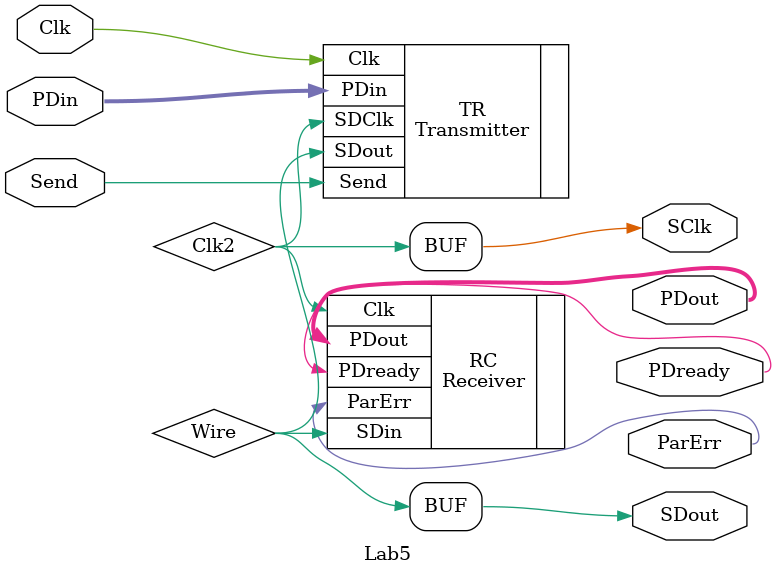
<source format=v>
module Lab5 (Clk, Send, PDin, PDout, PDready, SDout, SClk, ParErr );

	input Clk, Send;
	input [7:0]PDin;
	output [7:0]PDout;
	output PDready;
	output SDout;
	output SClk;
	output ParErr;
	wire Clk2;
	wire Wire;
	
	assign SDout = Wire;
	assign SClk = Clk2;
	
	Transmitter TR (.Clk(Clk),  .PDin(PDin[7:0]), .Send(Send),        .SDClk(Clk2),      .SDout(Wire)    );
	Receiver    RC (.Clk(Clk2), .SDin(Wire),      .PDout(PDout[7:0]), .PDready(PDready), .ParErr(ParErr) );
	
endmodule

</source>
